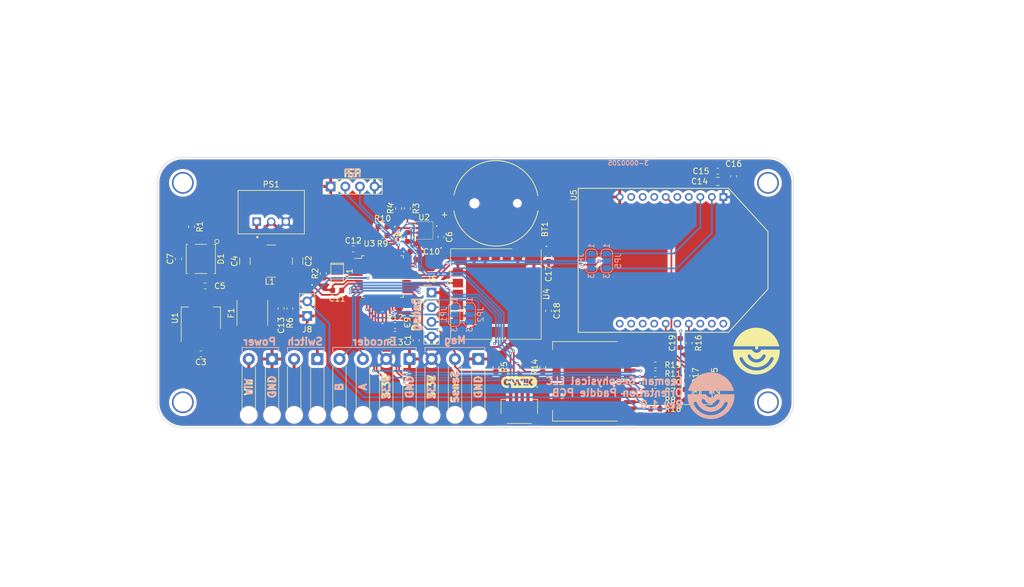
<source format=kicad_pcb>
(kicad_pcb (version 20240108) (generator "pcbnew") (generator_version "8.0")
  (title_block (title "Orientation Paddle - NSSL EFM") (date "2024-03-22") (rev "1.0") (company "Leeman Geophysical LLC") (comment 1 "(479) 373-3736") (comment 2 "Gentry, AR 72734") (comment 3 "23830 West AR Highway 12"))
  (layers (0 "F.Cu" signal) (31 "B.Cu" signal) (34 "B.Paste" user) (35 "F.Paste" user) (36 "B.SilkS" user "B.Silkscreen") (37 "F.SilkS" user "F.Silkscreen") (38 "B.Mask" user) (39 "F.Mask" user) (44 "Edge.Cuts" user))
  (net 0 "")
  (net 1 "Net-(BT1-+)")
  (net 2 "GND")
  (net 3 "+3V3")
  (net 4 "+BATT")
  (net 5 "Net-(PS1-+VIN)")
  (net 6 "+5V")
  (net 7 "Reset")
  (net 8 "Net-(D1-DIN)")
  (net 9 "Net-(C19-Pad2)")
  (net 11 "Net-(D2-A)")
  (net 12 "Net-(D3-A)")
  (net 13 "Net-(J5-Pin_1)")
  (net 14 "Encoder_A")
  (net 15 "Encoder_B")
  (net 16 "SDA")
  (net 17 "SCL")
  (net 18 "Mag_Sens")
  (net 19 "Net-(J4-Pin_2)")
  (net 20 "UART3_TX")
  (net 21 "UART3_RX")
  (net 22 "SWCLK")
  (net 23 "SWDIO")
  (net 24 "Net-(J10-DAT2)")
  (net 25 "SD_CS")
  (net 26 "SPI_MOSI")
  (net 27 "SPI_SCK")
  (net 28 "SPI_MISO")
  (net 29 "Net-(J10-DAT1)")
  (net 30 "SD_CD")
  (net 31 "Net-(JP1-C)")
  (net 32 "Net-(JP2-C)")
  (net 33 "XBee_TX")
  (net 34 "Net-(JP5-C)")
  (net 35 "XBee_RX")
  (net 36 "Net-(JP6-C)")
  (net 37 "LED")
  (net 38 "Net-(U3-PD0)")
  (net 39 "Net-(U3-PD1)")
  (net 40 "Boot0")
  (net 41 "Boot1")
  (net 42 "Net-(U5-~{DIO10{slash}PWM0})")
  (net 43 "Net-(U5-AD3{slash}DIO3{slash}nSSEL)")
  (net 44 "Net-(U5-Assoc{slash}DIO5)")
  (net 49 "GPS_PPS")
  (net 50 "GPS_TX")
  (net 51 "GPS_RX")
  (footprint "resistors_0603:1-0000010" (layer "F.Cu") (at 158.242 137.795 180)
    (property "Reference" "R7")
    (property "Value" "1-0000010")
  )
  (footprint "microcontrollers:1-0000207" (layer "F.Cu") (at 110.871 117.856)
    (property "Reference" "U3")
    (property "Value" "1-0000207")
  )
  (footprint "np_connectors:SolderWire_1x04_Relief" (layer "F.Cu") (at 109.42 130.572)
    (property "Reference" "J1" (hide yes))
    (property "Value" "NP_Conn_01x04_Relief")
  )
  (footprint "misc:barepcb" (layer "F.Cu") (at 162.941 170.18)
    (property "Reference" "PCB1")
    (property "Value" "barepcb")
  )
  (footprint "resistors_0603:1-0000010" (layer "F.Cu") (at 115.189 106.045 -90)
    (property "Reference" "R3")
    (property "Value" "1-0000010")
  )
  (footprint "dc_dc_converters:1-0000727" (layer "F.Cu") (at 91.547 106.68)
    (property "Reference" "PS1")
    (property "Value" "1-0000727")
  )
  (footprint "resistors_0603:1-0000010" (layer "F.Cu") (at 158.242 134.747 180)
    (property "Reference" "R11")
    (property "Value" "1-0000010")
  )
  (footprint "leds_0805:1-0000599" (layer "F.Cu") (at 167.132 138.4045 90)
    (property "Reference" "D2")
    (property "Value" "1-0000599")
  )
  (footprint "np_connectors:SolderWire_1x02_Relief" (layer "F.Cu") (at 89.608 131.589)
    (property "Reference" "J4" (hide yes))
    (property "Value" "NP_Conn_01x02_Relief")
  )
  (footprint "pcb_graphics:PCB Logo Standard" (layer "F.Cu") (at 175.768 130.81)
    (property "Reference" "G***" (hide yes))
    (property "Value" "LOGO" (hide yes))
  )
  (footprint "mechanical:MountingHole_imperial6" (layer "F.Cu") (at 177.8 101.6)
    (property "Reference" "H4" (hide yes))
    (property "Value" "Imperial6")
  )
  (footprint "crystals_resonators:1-0000721" (layer "F.Cu") (at 102.997 117.348 -90)
    (property "Reference" "Y1")
    (property "Value" "1-0000721")
  )
  (footprint "resistors_0603:1-0000174" (layer "F.Cu") (at 110.871 109.22)
    (property "Reference" "R10")
    (property "Value" "1-0000174")
  )
  (footprint "np_connectors:SolderWire_1x03_Relief" (layer "F.Cu") (at 121.356 130.572)
    (property "Reference" "J3" (hide yes))
    (property "Value" "NP_Conn_01x03_Relief")
  )
  (footprint "resistors_0603:1-0000008" (layer "F.Cu") (at 167.132 135.1025 -90)
    (property "Reference" "R15")
    (property "Value" "1-0000008")
  )
  (footprint "capacitors_0603:1-0000007" (layer "F.Cu") (at 139.7 114.427 -90)
    (property "Reference" "C17")
    (property "Value" "1-0000007")
  )
  (footprint "mechanical:MountingHole_imperial6" (layer "F.Cu") (at 76.2 139.7)
    (property "Reference" "H1" (hide yes))
    (property "Value" "Imperial6")
  )
  (footprint "resistors_0603:1-0000174" (layer "F.Cu") (at 158.242 140.843 180)
    (property "Reference" "R18")
    (property "Value" "1-0000174")
  )
  (footprint "resistors_0603:1-0000006" (layer "F.Cu") (at 164.084 129.413 90)
    (property "Reference" "R16")
    (property "Value" "1-0000006")
  )
  (footprint "connectors:1-0000050" (layer "F.Cu") (at 161.089 115.062 -90)
    (property "Reference" "J9" (hide yes))
    (property "Value" "1-0000050" (hide yes))
  )
  (footprint "resistors_0603:1-0000006" (layer "F.Cu") (at 113.03 126.365 180)
    (property "Reference" "R12")
    (property "Value" "1-0000006")
  )
  (footprint "np_connectors:PinHeader_1x04_P2.54mm_Vertical" (layer "F.Cu") (at 101.864 102.235 90)
    (property "Reference" "J7" (hide yes))
    (property "Value" "NP_Conn_01x04")
  )
  (footprint "leds_0805:1-0000601" (layer "F.Cu") (at 163.703 138.4045 90)
    (property "Reference" "D3")
    (property "Value" "1-0000601")
  )
  (footprint "fuses:1-0001517" (layer "F.Cu") (at 88.265 124.206 90)
    (property "Reference" "F1")
    (property "Value" "1-0001517")
  )
  (footprint "capacitors_0603:1-0000007" (layer "F.Cu") (at 115.189 123.444 -90)
    (property "Reference" "C9")
    (property "Value" "1-0000007")
  )
  (footprint "resistors_0603:1-0000008" (layer "F.Cu") (at 163.703 135.1025 90)
    (property "Reference" "R17")
    (property "Value" "1-0000008")
  )
  (footprint "mechanical:Fiducial_1mm_Mask2mm" (layer "F.Cu") (at 83.185 99.695)
    (property "Reference" "FID2" (hide yes))
    (property "Value" "Fiducial_1mm_2mm")
  )
  (footprint "capacitors_0805:1-0000075" (layer "F.Cu") (at 169.0855 101.346 180)
    (property "Reference" "C14")
    (property "Value" "1-0000075")
  )
  (footprint "capacitors_0603:1-0000007" (layer "F.Cu") (at 93.257 123.411 -90)
    (property "Reference" "C13")
    (property "Value" "1-0000007")
  )
  (footprint "capacitors_0603:1-0000007" (layer "F.Cu") (at 105.7655 113.0555 180)
    (property "Reference" "C12")
    (property "Value" "1-0000007")
  )
  (footprint "resistors_0603:1-0000679" (layer "F.Cu") (at 77.724 109.22 -90)
    (property "Reference" "R1")
    (property "Value" "1-0000679")
  )
  (footprint "resistors_0603:1-0000006" (layer "F.Cu") (at 110.871 110.744 180)
    (property "Reference" "R9")
    (property "Value" "1-0000006")
  )
  (footprint "resistors_0603:1-0000174" (layer "F.Cu") (at 113.03 127.889)
    (property "Reference" "R13")
    (property "Value" "1-0000174")
  )
  (footprint "resistors_0603:1-0000010" (layer "F.Cu") (at 94.781 123.411 90)
    (property "Reference" "R6")
    (property "Value" "1-0000010")
  )
  (footprint "capacitors_0603:1-0000018" (layer "F.Cu") (at 79.324 131.293 180)
    (property "Reference" "C3")
    (property "Value" "1-0000018")
  )
  (footprint "np_connectors:SolderWire_1x02_Relief" (layer "F.Cu") (at 97.482 131.589)
    (property "Reference" "J5" (hide yes))
    (property "Value" "NP_Conn_01x02_Relief")
  )
  (footprint "resistors_0603:1-0000010" (layer "F.Cu") (at 138.684 133.604 -90)
    (property "Reference" "R14")
    (property "Value" "1-0000010")
  )
  (footprint "capacitors_0603:1-0000007" (layer "F.Cu") (at 162.56 129.413 -90)
    (property "Reference" "C19")
    (property "Value" "1-0000007")
  )
  (footprint "batteries:1-0000246" (layer "F.Cu") (at 130.556 105.156 -90)
    (property "Reference" "BT1")
    (property "Value" "1-0000246")
  )
  (footprint "resistors_0603:1-0000010" (layer "F.Cu") (at 113.665 106.045 -90)
    (property "Reference" "R4")
    (property "Value" "1-0000010")
  )
  (footprint "capacitors_0603:1-0000018" (layer "F.Cu") (at 75.438 114.808 90)
    (property "Reference" "C7")
    (property "Value" "1-0000018")
  )
  (footprint "capacitors_0603:1-0000019" (layer "F.Cu") (at 80.086 119.507)
    (property "Reference" "C5")
    (property "Value" "1-0000019")
  )
  (footprint "regulators:1-0001232" (layer "F.Cu") (at 79.324 125.07 90)
    (property "Reference" "U1")
    (property "Value" "1-0001232")
  )
  (footprint "capacitors_0603:1-0000007" (layer "F.Cu") (at 116.459 113.538)
    (property "Reference" "C10")
    (property "Value" "1-0000007")
  )
  (footprint "connectors:1-0001205" (layer "F.Cu") (at 134.62 141.097 180)
    (property "Reference" "J2" (hide yes))
    (property "Value" "1-0001205")
  )
  (footprint "resistors_0603:1-0000010" (layer "F.Cu") (at 158.242 139.319 180)
    (property "Reference" "R8")
    (property "Value" "1-0000010")
  )
  (footprint "mechanical:MountingHole_imperial6" (layer "F.Cu") (at 177.8 139.7)
    (property "Reference" "H2" (hide yes))
    (property "Value" "Imperial6")
  )
  (footprint "capacitors_0603:1-0000007" (layer "F.Cu") (at 116.713 128.9305 90)
    (property "Reference" "C1")
    (property "Value" "1-0000007")
  )
  (footprint "np_connectors:PinHeader_1x04_P2.54mm_Vertical" (layer "F.Cu") (at 119.38 120.66)
    (property "Reference" "J6")
    (property "Value" "NP_Conn_01x04")
  )
  (footprint "others:1-0000785" (layer "F.Cu") (at 170.049 115.044 -90)
    (property "Reference" "U5")
    (property "Value" "1-0000785" (hide yes))
  )
  (footprint "capacitors_0603:1-0000007" (layer "F.Cu") (at 115.189 110.998 -90)
    (property "Reference" "C8")
    (property "Value" "1-0000007")
  )
  (footprint "capacitors_0603:1-0000018" (layer "F.Cu") (at 169.0855 99.568 180)
    (property "Reference" "C15")
    (property "Value" "1-0000018")
  )
  (footprint "capacitors_0603:1-0000007" (layer "F.Cu") (at 139.7 123.825 -90)
    (property "Reference" "C18")
    (property "Value" "1-0000007")
  )
  (footprint "pcb_graphics:5mm qwiic logo" (layer "F.Cu") (at 134.62 136.144)
    (property "Reference" "G***" (hide yes))
    (property "Value" "QWIIC" (hide yes))
  )
  (footprint "sensors:1-0001471" (layer "F.Cu") (at 118.11 109.855 180)
    (property "Reference" "U2")
    (property "Value" "1-0001471" (hide yes))
  )
  (footprint "capacitors_1206:1-0000136" (layer "F.Cu") (at 86.975 115.189 90)
    (property "Reference" "C4")
    (property "Value" "1-0000136")
  )
  (footprint "inductors:1-0000931" (layer "F.Cu") (at 91.547 115.189 180)
    (property "Reference" "L1")
    (property "Value" "1-0000931")
  )
  (footprint "capacitors_1206:1-0000136" (layer "F.Cu") (at 96.119 115.189 90)
    (property "Reference" "C2")
    (property "Value" "1-0000136")
  )
  (footprint "mechanical:Fiducial_1mm_Mask2mm" (layer "F.Cu") (at 170.815 141.605)
    (property "Reference" "FID1" (hide yes))
    (property "Value" "Fiducial_1mm_2mm")
  )
  (footprint "mechanical:MountingHole_imperial6" (layer "F.Cu") (at 76.2 101.6)
    (property "Reference" "H3" (hide yes))
    (property "Value" "Imperial6")
  )
  (footprint "others:1-0000446" (layer "F.Cu") (at 130.556 120.904 -90)
    (property "Reference" "U4")
    (property "Value" "1-0000446")
  )
  (footprint "capacitors_0603:1-0000007" (layer "F.Cu") (at 158.242 136.271 180)
    (property "Reference" "C20")
    (property "Value" "1-0000007")
  )
  (footprint "np_connectors:PinHeader_1x02_P2.54mm_Vertical" (layer "F.Cu") (at 97.79 124.719 180)
    (property "Reference" "J8")
    (property "Value" "NP_Conn_01x02")
  )
  (footprint "resistors_0603:1-0000010" (layer "F.Cu") (at 130.556 133.5785 -90)
    (property "Reference" "R5")
    (property "Value" "1-0000010")
  )
  (footprint "resistors_0603:1-0000009" (layer "F.Cu") (at 100.584 117.348 -90)
    (property "Reference" "R2")
    (property "Value" "1-0000009")
  )
  (footprint "leds_other:1-0000399" (layer "F.Cu") (at 79.324 114.808 90)
    (property "Reference" "D1")
    (property "Value" "1-0000399")
  )
  (footprint "resistors_0603:1-0000174" (layer "F.Cu") (at 158.242 133.223 180)
    (property "Reference" "R19")
    (property "Value" "1-0000174")
  )
  (footprint "capacitors_0603:1-0000007" (layer "F.Cu") (at 102.997 120.269 180)
    (property "Reference" "C11")
    (property "Value" "1-0000007")
  )
  (footprint "capacitors_0603:1-0000007" (layer "F.Cu") (at 121.031 110.998 -90)
    (property "Reference" "C6")
    (property "Value" "1-0000007")
  )
  (footprint "capacitors_0603:1-0000007" (layer "F.Cu") (at 171.831 100.4825 -90)
    (property "Reference" "C16")
    (property "Value" "1-0000007")
  )
  (footprint "connectors:1-0000190" (layer "F.Cu") (at 147.447 136.271 90)
    (property "Reference" "J10" (hide yes))
    (property "Value" "1-0000190" (hide yes))
  )
  (footprint "Jumper:SolderJumper-3_P1.3mm_Open_RoundedPad1.0x1.5mm_NumberLabels" (layer "B.Cu") (at 123.317 124.46 -90)
    (property "Reference" "JP1")
    (property "Value" "SolderJumper_3_Open")
  )
  (footprint "Jumper:SolderJumper-3_P1.3mm_Open_RoundedPad1.0x1.5mm_NumberLabels" (layer "B.Cu") (at 149.7965 115.159 -90)
    (property "Reference" "JP5")
    (property "Value" "SolderJumper_3_Open")
  )
  (footprint "Jumper:SolderJumper-3_P1.3mm_Open_RoundedPad1.0x1.5mm_NumberLabels" (layer "B.Cu") (at 147.1295 115.159 -90)
    (property "Reference" "JP6")
    (property "Value" "SolderJumper_3_Open")
  )
  (footprint "pcb_graphics:PCB Logo Standard" (layer "B.Cu") (at 167.894 138.557 180)
    (property "Reference" "G***" (hide yes))
    (property "Value" "LOGO" (hide yes))
  )
  (footprint "Jumper:SolderJumper-3_P1.3mm_Open_RoundedPad1.0x1.5mm_NumberLabels" (layer "B.Cu") (at 125.984 124.47 -90)
    (property "Reference" "JP2")
    (property "Value" "SolderJumper_3_Open")
  )
  (gr_line (start 102.235 130.937) (end 102.235 130.175) (stroke (width 0.15)) (layer "B.SilkS"))
  (gr_line (start 128.651 130.175) (end 128.651 130.937) (stroke (width 0.15)) (layer "B.SilkS"))
  (gr_line (start 86.487 130.175) (end 92.837 130.175) (stroke (width 0.15)) (layer "B.SilkS"))
  (gr_line (start 118.237 130.937) (end 118.237 130.175) (stroke (width 0.15)) (layer "B.SilkS"))
  (gr_line (start 92.837 130.175) (end 92.837 130.937) (stroke (width 0.15)) (layer "B.SilkS"))
  (gr_line (start 102.235 130.175) (end 116.713 130.175) (stroke (width 0.15)) (layer "B.SilkS"))
  (gr_line (start 118.237 130.175) (end 128.651 130.175) (stroke (width 0.15)) (layer "B.SilkS"))
  (gr_line (start 86.487 130.937) (end 86.487 130.175) (stroke (width 0.15)) (layer "B.SilkS"))
  (gr_line (start 94.361 130.175) (end 100.711 130.175) (stroke (width 0.15)) (layer "B.SilkS"))
  (gr_line (start 100.711 130.175) (end 100.711 130.937) (stroke (width 0.15)) (layer "B.SilkS"))
  (gr_line (start 94.361 130.937) (end 94.361 130.175) (stroke (width 0.15)) (layer "B.SilkS"))
  (gr_line (start 116.713 130.175) (end 116.713 130.937) (stroke (width 0.15)) (layer "B.SilkS"))
  (gr_line (start 177.799998 144.144998) (end 76.2 144.144998) (stroke (width 0.1)) (layer "Edge.Cuts"))
  (gr_arc (start 177.799998 97.155) (mid 180.943088 98.45691) (end 182.244998 101.6) (stroke (width 0.1)) (layer "Edge.Cuts"))
  (gr_arc (start 182.244998 139.699998) (mid 180.943088 142.843088) (end 177.799998 144.144998) (stroke (width 0.1)) (layer "Edge.Cuts"))
  (gr_line (start 182.244998 101.6) (end 182.244998 139.699998) (stroke (width 0.1)) (layer "Edge.Cuts"))
  (gr_arc (start 76.2 144.144998) (mid 73.05691 142.843088) (end 71.755 139.699998) (stroke (width 0.1)) (layer "Edge.Cuts"))
  (gr_line (start 76.2 97.155) (end 177.799998 97.155) (stroke (width 0.1)) (layer "Edge.Cuts"))
  (gr_line (start 71.755 139.699998) (end 71.755 101.6) (stroke (width 0.1)) (layer "Edge.Cuts"))
  (gr_arc (start 71.755 101.6) (mid 73.05691 98.45691) (end 76.2 97.155) (stroke (width 0.1)) (layer "Edge.Cuts"))
  (gr_text "3-0000205" (at 153.543 98.171 0) (layer "B.SilkS") (effects (font (size 0.8001 0.8001) (thickness 0.15875)) (justify mirror)))
  (gr_text "Debug" (at 116.699373 124.447053 90) (layer "B.SilkS") (effects (font (size 1.27 1.27) (thickness 0.3175)) (justify mirror)))
  (gr_text "GND" (at 91.694 137.033 90) (layer "B.SilkS") (effects (font (size 1.27 1.27) (thickness 0.3175)) (justify mirror)))
  (gr_text "Leeman Geophysical LLC\nOrientation Paddle PCB\nRev 1.0" (at 163.195 138.049 0) (layer "B.SilkS") (effects (font (size 1.27 1.27) (thickness 0.3)) (justify left mirror)))
  (gr_text "GND" (at 127.508 137.033 90) (layer "B.SilkS") (effects (font (size 1.27 1.27) (thickness 0.3175)) (justify mirror)))
  (gr_text "B" (at 103.378 137.033 90) (layer "B.SilkS") (effects (font (size 1.27 1.27) (thickness 0.3175)) (justify mirror)))
  (gr_text "A" (at 107.442 137.033 90) (layer "B.SilkS") (effects (font (size 1.27 1.27) (thickness 0.3175)) (justify mirror)))
  (gr_text "Sense" (at 123.444 137.033 90) (layer "B.SilkS") (effects (font (size 1.27 1.27) (thickness 0.3175)) (justify mirror)))
  (gr_text "3.3V" (at 111.506 137.032999 90) (layer "B.SilkS") (effects (font (size 1.27 1.27) (thickness 0.3175)) (justify mirror)))
  (gr_text "Mag" (at 123.444 128.905 0) (layer "B.SilkS") (effects (font (size 1.27 1.27) (thickness 0.3175)) (justify mirror)))
  (gr_text "ISP" (at 105.664 99.949 0) (layer "B.SilkS") (effects (font (size 1.27 1.27) (thickness 0.3175)) (justify mirror)))
  (gr_text "Power" (at 89.535 129.159 0) (layer "B.SilkS") (effects (font (size 1.27 1.27) (thickness 0.3175)) (justify mirror)))
  (gr_text "Switch" (at 97.409 129.159 0) (layer "B.SilkS") (effects (font (size 1.27 1.27) (thickness 0.3175)) (justify mirror)))
  (gr_text "Encoder" (at 109.474 129.159 0) (layer "B.SilkS") (effects (font (size 1.27 1.27) (thickness 0.3175)) (justify mirror)))
  (gr_text "GND" (at 115.57 137.033 90) (layer "B.SilkS") (effects (font (size 1.27 1.27) (thickness 0.3175)) (justify mirror)))
  (gr_text "3.3V" (at 119.38 137.032999 90) (layer "B.SilkS") (effects (font (size 1.27 1.27) (thickness 0.3175)) (justify mirror)))
  (gr_text "Vin" (at 87.63 137.032999 90) (layer "B.SilkS") (effects (font (size 1.27 1.27) (thickness 0.3175)) (justify mirror)))
  (gr_text "3.3V" (at 119.38 137.033001 90) (layer "F.SilkS") (effects (font (size 1.27 1.27) (thickness 0.3175))))
  (gr_text "Debug" (at 116.700495 124.46 90) (layer "F.SilkS") (effects (font (size 1.27 1.27) (thickness 0.3175))))
  (gr_text "B" (at 103.378 137.033 90) (layer "F.SilkS") (effects (font (size 1.27 1.27) (thickness 0.3175))))
  (gr_text "GND" (at 127.508 137.033 90) (layer "F.SilkS") (effects (font (size 1.27 1.27) (thickness 0.3175))))
  (gr_text "Sense" (at 123.444 137.033 90) (layer "F.SilkS") (effects (font (size 1.27 1.27) (thickness 0.3175))))
  (gr_text "GND" (at 115.57 137.033 90) (layer "F.SilkS") (effects (font (size 1.27 1.27) (thickness 0.3175))))
  (gr_text "A" (at 107.442 137.033 90) (layer "F.SilkS") (effects (font (size 1.27 1.27) (thickness 0.3175))))
  (gr_text "ISP" (at 105.664 99.949 0) (layer "F.SilkS") (effects (font (size 1.27 1.27) (thickness 0.3175))))
  (gr_text "Vin" (at 87.63 137.033001 90) (layer "F.SilkS") (effects (font (size 1.27 1.27) (thickness 0.3175))))
  (gr_text "GND" (at 91.694 137.033 90) (layer "F.SilkS") (effects (font (size 1.27 1.27) (thickness 0.3175))))
  (gr_text "3.3V" (at 111.506 137.033001 90) (layer "F.SilkS") (effects (font (size 1.27 1.27) (thickness 0.3175))))
  (segment (start 124.1425 110.363) (end 129.413 110.363) (width 0.3048) (layer "F.Cu") (net 1))
  (segment (start 122.581 105.156) (end 122.581 108.8015) (width 0.3048) (layer "F.Cu") (net 1))
  (segment (start 129.413 110.363) (end 130.556 111.506) (width 0.3048) (layer "F.Cu") (net 1))
  (segment (start 122.581 108.8015) (end 124.1425 110.363) (width 0.3048) (layer "F.Cu") (net 1))
  (segment (start 130.556 111.506) (end 130.556 114.304) (width 0.3048) (layer "F.Cu") (net 1))
  (segment (start 102.997 117.348) (end 99.695 117.348) (width 0.3048) (layer "F.Cu") (net 2))
  (segment (start 113.121 122.0185) (end 113.121 123.408) (width 0.3048) (layer "F.Cu") (net 2))
  (segment (start 106.7085 118.606) (end 104.717711 118.606) (width 0.3048) (layer "F.Cu") (net 2))
  (segment (start 115.0335 115.606) (end 116.423 115.606) (width 0.3048) (layer "F.Cu") (net 2))
  (segment (start 119.31 110.255) (end 120.9865 110.255) (width 0.3048) (layer "F.Cu") (net 2))
  (segment (start 120.9865 110.255) (end 121.031 110.2105) (width 0.3048) (layer "F.Cu") (net 2))
  (segment (start 102.2095 119.5325) (end 102.2095 120.269) (width 0.3048) (layer "F.Cu") (net 2))
  (segment (start 116.423 115.606) (end 117.2465 114.7825) (width 0.3048) (layer "F.Cu") (net 2))
  (segment (start 108.621 112.431) (end 108.077 111.887) (width 0.3048) (layer "F.Cu") (net 2))
  (segment (start 108.621 113.6935) (end 108.621 112.431) (width 0.3048) (layer "F.Cu") (net 2))
  (segment (start 104.717711 118.606) (end 104.131245 119.192466) (width 0.3048) (layer "F.Cu") (net 2))
  (segment (start 102.549534 119.192466) (end 102.2095 119.5325) (width 0.3048) (layer "F.Cu") (net 2))
  (segment (start 104.131245 119.192466) (end 102.549534 119.192466) (width 0.3048) (layer "F.Cu") (net 2))
  (segment (start 117.2465 114.7825) (end 117.2465 113.538) (width 0.3048) (layer "F.Cu") (net 2))
  (segment (start 113.9445 124.2315) (end 115.189 124.2315) (width 0.3048) (layer "F.Cu") (net 2))
  (segment (start 113.121 123.408) (end 113.9445 124.2315) (width 0.3048) (layer "F.Cu") (net 2))
  (segment (start 139.7 123.0375) (end 137.3895 123.0375) (width 0.3048) (layer "F.Cu") (net 3))
  (segment (start 170.023 101.346) (end 170.023 104.018) (width 0.3048) (layer "F.Cu") (net 3))
  (segment (start 157.5055 136.271) (end 159.0295 134.747) (width 0.3048) (layer "F.Cu") (net 3))
  (segment (start 94.781 124.1985) (end 94.781 125.691) (width 0.3048) (layer "F.Cu") (net 3))
  (segment (start 110.871 125.984) (end 110.871 123.952) (width 0.3048) (layer "F.Cu") (net 3))
  (segment (start 112.268 110.744) (end 112.6998 110.3122) (width 0.3048) (layer "F.Cu") (net 3))
  (segment (start 107.2135 113.0555) (end 107.8515 113.6935) (width 0.3048) (layer "F.Cu") (net 3))
  (segment (start 106.553 113.0555) (end 106.553 111.887) (width 0.3048) (layer "F.Cu") (net 3))
  (segment (start 130.556 132.791) (end 131.902 132.791) (width 0.3048) (layer "F.Cu") (net 3))
  (segment (start 155.602 136.371) (end 153.797 136.371) (width 0.3048) (layer "F.Cu") (net 3))
  (segment (start 159.0295 133.223) (end 159.0295 134.747) (width 0.3048) (layer "F.Cu") (net 3))
  (segment (start 137.4395 132.8165) (end 137.414 132.842) (width 0.3048) (layer "F.Cu") (net 3))
  (segment (start 107.8515 113.6935) (end 108.121 113.6935) (width 0.3048) (layer "F.Cu") (net 3))
  (segment (start 115.189 122.6565) (end 116.5605 122.6565) (width 0.3048) (layer "F.Cu") (net 3))
  (segment (start 115.6715 113.538) (end 115.6715 114.1985) (width 0.3048) (layer "F.Cu") (net 3))
  (segment (start 133.096 112.268) (end 139.0015 112.268) (width 0.3048) (layer "F.Cu") (net 3))
  (segment (start 119.31 111.055) (end 120.072 111.055) (width 0.3048) (layer "F.Cu") (net 3))
  (segment (start 98.645 119.325) (end 100.3688 121.0488) (width 0.3048) (layer "F.Cu") (net 3))
  (segment (start 155.602 136.371) (end 157.3545 136.371) (width 0.3048) (layer "F.Cu") (net 3))
  (segment (start 116.926 129.718) (end 119.392 132.184) (width 0.3048) (layer "F.Cu") (net 3))
  (segment (start 119.907 109.455) (end 120.269 109.093) (width 0.3048) (layer "F.Cu") (net 3))
  (segment (start 115.6715 114.1985) (end 115.0335 114.8365) (width 0.3048) (layer "F.Cu") (net 3))
  (segment (start 157.4545 136.271) (end 157.5055 136.271) (width 0.3048) (layer "F.Cu") (net 3))
  (segment (start 151.599 136.371) (end 151.145 136.825) (width 0.3048) (layer "F.Cu") (net 3))
  (segment (start 103.7845 120.269) (end 103.7845 120.2435) (width 0.3048) (layer "F.Cu") (net 3))
  (segment (start 134.12 137.422) (end 133.731 137.033) (width 0.3048) (layer "F.Cu") (net 3))
  (segment (start 116.713 129.718) (end 116.926 129.718) (width 0.3048) (layer "F.Cu") (net 3))
  (segment (start 112.6998 109.522644) (end 113.016222 109.206222) (width 0.3048) (layer "F.Cu") (net 3))
  (segment (start 120.072 111.055) (end 120.3005 111.055) (width 0.3048) (layer "F.Cu") (net 3))
  (segment (start 104.922 119.106) (end 106.7085 119.106) (width 0.3048) (layer "F.Cu") (net 3))
  (segment (start 132.456 114.304) (end 132.456 112.908) (width 0.3048) (layer "F.Cu") (net 3))
  (segment (start 139.0015 112.268) (end 139.35075 112.61725) (width 0.3048) (layer "F.Cu") (net 3))
  (segment (start 159.0295 139.319) (end 159.0295 140.843) (width 0.3048) (layer "F.Cu") (net 3))
  (segment (start 171.704 99.568) (end 171.831 99.695) (width 0.3048) (layer "F.Cu") (net 3))
  (segment (start 139.7 123.0375) (end 139.7 121.666) (width 0.3048) (layer "F.Cu") (net 3))
  (segment (start 106.7085 114.4555) (end 106.7085 115.106) (width 0.3048) (layer "F.Cu") (net 3))
  (segment (start 159.0295 137.795) (end 159.0295 139.319) (width 0.3048) (layer "F.Cu") (net 3))
  (segment (start 115.189 110.2105) (end 114.9605 110.2105) (width 0.3048) (layer "F.Cu") (net 3))
  (segment (start 115.189 105.2575) (end 113.665 105.2575) (width 0.3048) (layer "F.Cu") (net 3))
  (segment (start 134.12 138.797) (end 134.12 137.422) (width 0.3048) (layer "F.Cu") (net 3))
  (segment (start 103.0047 121.0488) (end 103.7845 120.269) (width 0.3048) (layer "F.Cu") (net 3))
  (segment (start 131.902 132.791) (end 131.953 132.842) (width 0.3048) (layer "F.Cu") (net 3))
  (segment (start 111.6585 110.744) (end 112.268 110.744) (width 0.3048) (layer "F.Cu") (net 3))
  (segment (start 112.6998 110.3122) (end 112.6998 109.522644) (width 0.3048) (layer "F.Cu") (net 3))
  (segment (start 116.5605 122.6565) (end 116.586 122.682) (width 0.3048) (layer "F.Cu") (net 3))
  (segment (start 120.3005 111.055) (end 121.031 111.7855) (width 0.3048) (layer "F.Cu") (net 3))
  (segment (start 114.551 122.0185) (end 115.189 122.6565) (width 0.3048) (layer "F.Cu") (net 3))
  (segment (start 94.781 125.691) (end 94.742 125.73) (width 0.3048) (layer "F.Cu") (net 3))
  (segment (start 106.553 113.0555) (end 106.553 114.3) (width 0.3048) (layer "F.Cu") (net 3))
  (segment (start 139.35075 112.61725) (end 139.7 112.9665) (width 0.3048) (layer "F.Cu") (net 3))
  (segment (start 153.797 136.371) (end 151.599 136.371) (width 0.3048) (layer "F.Cu") (net 3))
  (segment (start 170.023 99.718) (end 169.873 99.568) (width 0.3048) (layer "F.Cu") (net 3))
  (segment (start 113.665 105.2575) (end 112.1155 105.2575) (width 0.3048) (layer "F.Cu") (net 3))
  (segment (start 106.553 113.0555) (end 107.2135 113.0555) (width 0.3048) (layer "F.Cu") (net 3))
  (segment (start 113.621 122.0185) (end 114.551 122.0185) (width 0.3048) (layer "F.Cu") (net 3))
  (segment (start 157.3545 136.371) (end 157.4545 136.271) (width 0.3048) (layer "F.Cu") (net 3))
  (segment (start 132.456 112.908) (end 133.096 112.268) (width 0.3048) (layer "F.Cu") (net 3))
  (segment (start 103.7845 120.2435) (end 104.922 119.106) (width 0.3048) (layer "F.Cu") (net 3))
  (segment (start 106.553 114.3) (end 106.7085 114.4555) (width 0.3048) (layer "F.Cu") (net 3))
  (segment (start 115.6715 113.538) (end 114.554 113.538) (width 0.3048) (layer "F.Cu") (net 3))
  (segment (start 113.8175 126.365) (end 115.189 126.365) (width 0.3048) (layer "F.Cu") (net 3))
  (segment (start 116.91 110.255) (end 115.2335 110.255) (width 0.3048) (layer "F.Cu") (net 3))
  (segment (start 139.7 112.9665) (end 139.7 113.6395) (width 0.3048) (layer "F.Cu") (net 3))
  (segment (start 170.023 101.346) (end 170.023 99.718) (width 0.3048) (layer "F.Cu") (net 3))
  (segment (start 112.1155 105.2575) (end 112.014 105.156) (width 0.3048) (layer "F.Cu") (net 3))
  (segment (start 100.3688 121.0488) (end 103.0047 121.0488) (width 0.3048) (layer "F.Cu") (net 3))
  (segment (start 119.31 109.455) (end 119.907 109.455) (width 0.3048) (layer "F.Cu") (net 3))
  (segment (start 114.9605 110.2105) (end 114.173 110.998) (width 0.3048) (layer "F.Cu") (net 3))
  (segment (start 157.5055 136.271) (end 159.0295 137.795) (width 0.3048) (layer "F.Cu") (net 3))
  (segment (start 137.3895 123.0375) (end 137.156 122.804) (width 0.3048) (layer "F.Cu") (net 3))
  (segment (start 170.023 104.018) (end 170.049 104.044) (width 0.3048) (layer "F.Cu") (net 3))
  (segment (start 169.873 99.568) (end 171.704 99.568) (width 0.3048) (layer "F.Cu") (net 3))
  (segment (start 121.031 111.7855) (end 121.031 112.903) (width 0.3048) (layer "F.Cu") (net 3))
  (segment (start 115.0335 114.8365) (end 115.0335 115.106) (width 0.3048) (layer "F.Cu") (net 3))
  (segment (start 138.684 132.8165) (end 137.4395 132.8165) (width 0.3048) (layer "F.Cu") (net 3))
  (via (at 106.553 111.887) (size 0.508) (drill 0.254) (layers "F.Cu" "B.Cu") (net 3))
  (via (at 155.602 136.371) (size 0.508) (drill 0.254) (layers "F.Cu" "B.Cu") (net 3))
  (via (at 115.189 126.365) (size 0.508) (drill 0.254) (layers "F.Cu" "B.Cu") (net 3))
  (via (at 133.731 137.033) (size 0.508) (drill 0.254) (layers "F.Cu" "B.Cu") (net 3))
  (via (at 131.953 132.842) (size 0.508) (drill 0.254) (layers "F.Cu" "B.Cu") (net 3))
  (via (at 94.742 125.73) (size 0.508) (drill 0.254) (layers "F.Cu" "B.Cu") (net 3))
  (via (at 113.016222 109.206222) (size 0.508) (drill 0.254) (layers "F.Cu" "B.Cu") (net 3))
  (via (at 139.7 121.666) (size 0.508) (drill 0.254) (layers "F.Cu" "B.Cu") (net 3))
  (via (at 114.554 113.538) (size 0.508) (drill 0.254) (layers "F.Cu" "B.Cu") (net 3))
  (via (at 137.414 132.842) (size 0.508) (drill 0.254) (layers "F.Cu" "B.Cu") (net 3))
  (via (at 114.173 110.998) (size 0.508) (drill 0.254) (layers "F.Cu" "B.Cu") (net 3))
  (via (at 139.35075 112.61725) (size 0.508) (drill 0.254) (layers "F.Cu" "B.Cu") (net 3))
  (via (at 151.145 136.825) (size 0.508) (drill 0.254) (layers "F.Cu" "B.Cu") (net 3))
  (via (at 120.269 109.093) (size 0.508) (drill 0.254) (layers "F.Cu" "B.Cu") (net 3))
  (via (at 116.586 122.682) (size 0.508) (drill 0.254) (layers "F.Cu" "B.Cu") (net 3))
  (via (at 112.014 105.156) (size 0.508) (drill 0.254) (layers "F.Cu" "B.Cu") (net 3))
  (via (at 121.031 112.903) (size 0.508) (drill 0.254) (layers "F.Cu" "B.Cu") (net 3))
  (via (at 110.871 123.952) (size 0.508) (drill 0.254) (layers "F.Cu" "B.Cu") (net 3))
  (via (at 110.871 125.984) (size 0.508) (drill 0.254) (layers "F.Cu" "B.Cu") (net 3))
  (via (at 98.645 119.325) (size 0.508) (drill 0.254) (layers "F.Cu" "B.Cu") (net 3))
  (segment (start 113.665 110.998) (end 113.016222 110.349222) (width 0.3048) (layer "B.Cu") (net 3))
  (segment (start 113.016222 110.349222) (end 113.016222 109.206222) (width 0.3048) (layer "B.Cu") (net 3))
  (segment (start 114.173 110.998) (end 113.665 110.998) (width 0.3048) (layer "B.Cu") (net 3))
  (segment (start 81.624 128.22) (end 81.624 130.669) (width 0.508) (layer "F.Cu") (net 4))
  (segment (start 88.265 120.8185) (end 88.265 122.809) (width 0.508) (layer "F.Cu") (net 4))
  (segment (start 81.624 125.259) (end 81.624 128.22) (width 0.508) (layer "F.Cu") (net 4))
  (segment (start 86.868 124.206) (end 82.677 124.206) (width 0.508) (layer "F.Cu") (net 4))
  (segment (start 82.677 124.206) (end 81.624 125.259) (width 0.508) (layer "F.Cu") (net 4))
  (segment (start 93.472 119.634) (end 92.2875 120.8185) (width 0.508) (layer "F.Cu") (net 4))
  (segment (start 92.2875 120.8185) (end 88.265 120.8185) (width 0.508) (layer "F.Cu") (net 4))
  (segment (start 93.472 115.189) (end 93.472 119.634) (width 0.508) (layer "F.Cu") (net 4))
  (segment (start 96.119 115.55) (end 96.119 116.589) (width 0.508) (layer "F.Cu") (net 4))
  (segment (start 88.265 122.809) (end 86.868 124.206) (width 0.508) (layer "F.Cu") (net 4))
  (segment (start 93.472 115.189) (end 95.758 115.189) (width 0.508) (layer "F.Cu") (net 4))
  (segment (start 80.975 131.318) (end 80.1365 131.318) (width 0.508) (layer "F.Cu") (net 4))
  (segment (start 95.758 115.189) (end 96.119 115.55) (width 0.508) (layer "F.Cu") (net 4))
  (segment (start 80.1365 131.318) (end 80.1115 131.293) (width 0.508) (layer "F.Cu") (net 4))
  (segment (start 81.624 130.669) (end 80.975 131.318) (width 0.508) (layer "F.Cu") (net 4))
  (segment (start 86.975 115.59) (end 86.975 116.589) (width 0.508) (layer "F.Cu") (net 5))
  (segment (start 89.007 110.089) (end 89.007 108.33) (width 0.508) (layer "F.Cu") (net 5))
  (segment (start 87.376 115.189) (end 86.975 115.59) (width 0.508) (layer "F.Cu") (net 5))
  (segment (start 89.622 110.704) (end 89.007 110.089) (width 0.508) (layer "F.Cu") (net 5))
  (segment (start 89.622 115.189) (end 89.622 110.704) (width 0.508) (layer "F.Cu") (net 5))
  (segment (start 89.622 115.189) (end 87.376 115.189) (width 0.508) (layer "F.Cu") (net 5))
  (segment (start 76.186 117.258) (end 75.438 116.51) (width 0.508) (layer "F.Cu") (net 6))
  (segment (start 79.324 119.5325) (end 79.2985 119.507) (width 0.508) (layer "F.Cu") (net 6))
  (segment (start 78.308 119.507) (end 79.2985 119.507) (width 0.508) (layer "F.Cu") (net 6))
  (segment (start 77.724 117.258) (end 77.724 118.923) (width 0.508) (layer "F.Cu") (net 6))
  (segment (start 75.438 116.51) (end 75.438 115.5955) (width 0.508) (layer "F.Cu") (net 6))
  (segment (start 77.724 118.923) (end 78.308 119.507) (width 0.508) (layer "F.Cu") (net 6))
  (segment (start 79.324 121.92) (end 79.324 128.22) (width 0.508) (layer "F.Cu") (net 6))
  (segment (start 77.724 117.258) (end 76.186 117.258) (width 0.508) (layer "F.Cu") (net 6))
  (segment (start 79.324 121.92) (end 79.324 119.5325) (width 0.508) (layer "F.Cu") (net 6))
  (segment (start 96.394 122.179) (end 97.79 122.179) (width 0.3048) (layer "F.Cu") (net 7))
  (segment (start 162.645 127.325) (end 162.645 128.5405) (width 0.3048) (layer "F.Cu") (net 7))
  (segment (start 95.9495 122.6235) (end 96.394 122.179) (width 0.3048) (layer "F.Cu") (net 7))
  (segment (start 106.7085 118.106) (end 108.327 118.106) (width 0.3048) (layer "F.Cu") (net 7))
  (segment (start 108.327 118.106) (end 108.331 118.11) (width 0.3048) (layer "F.Cu") (net 7))
  (segment (start 93.257 122.6235) (end 94.781 122.6235) (width 0.3048) (layer "F.Cu") (net 7))
  (segment (start 162.645 128.5405) (end 162.56 128.6255) (width 0.3048) (layer "F.Cu") (net 7))
  (segment (start 94.781 122.6235) (end 95.9495 122.6235) (width 0.3048) (layer "F.Cu") (net 7))
  (via (at 162.645 127.325) (size 0.508) (drill 0.254) (layers "F.Cu" "B.Cu") (net 7))
  (via (at 108.331 118.11) (size 0.508) (drill 0.254) (layers "F.Cu" "B.Cu") (net 7))
  (segment (start 101.645 126.034) (end 101.645 132.825) (width 0.3048) (layer "B.Cu") (net 7))
  (segment (start 97.79 122.179) (end 101.645 126.034) (width 0.3048) (layer "B.Cu") (net 7))
  (segment (start 155.145 140.825) (end 161.145 140.825) (width 0.3048) (layer "B.Cu") (net 7))
  (segment (start 111.145 138.825) (end 153.145 138.825) (width 0.3048) (layer "B.Cu") (net 7))
  (segment (start 101.859 118.11) (end 97.79 122.179) (width 0.3048) (layer "B.Cu") (net 7))
  (segment (start 153.145 138.825) (end 155.145 140.825) (width 0.3048) (layer "B.Cu") (net 7))
  (segment (start 161.145 140.825) (end 162.645 139.325) (width 0.3048) (layer "B.Cu") (net 7))
  (segment (start 101.645 132.825) (end 107.645 138.825) (width 0.3048) (layer "B.Cu") (net 7))
  (segment (start 162.645 139.325) (end 162.645 127.325) (width 0.3048) (layer "B.Cu") (net 7))
  (segment (start 107.645 138.825) (end 111.145 138.825) (width 0.3048) (layer "B.Cu") (net 7))
  (segment (start 108.331 118.11) (end 101.859 118.11) (width 0.3048) (layer "B.Cu") (net 7))
  (segment (start 77.724 112.358) (end 77.724 110.0075) (width 0.508) (layer "F.Cu") (net 8))
  (segment (start 164.084 130.2005) (end 162.56 130.2005) (width 0.3048) (layer "F.Cu") (net 9))
  (segment (start 167.132 137.467) (end 167.132 135.89) (width 0.3048) (layer "F.Cu") (net 11))
  (segment (start 163.703 135.89) (end 163.703 137.467) (width 0.3048) (layer "F.Cu") (net 12))
  (segment (start 97.6215 127.5935) (end 88.265 127.5935) (width 0.508) (layer "F.Cu") (net 13))
  (segment (start 99.554 129.526) (end 97.6215 127.5935) (width 0.508) (layer "F.Cu") (net 13))
  (segment (start 99.554 132.185) (end 99.554 129.526) (width 0.508) (layer "F.Cu") (net 13))
  (segment (start 117.221 120.65) (end 117.114174 120.65) (width 0.3048) (layer "F.Cu") (net 14))
  (segment (start 117.114174 120.65) (end 116.570174 120.106) (width 0.3048) (layer "F.Cu") (net 14))
  (segment (start 116.570174 120.106) (end 115.0335 120.106) (width 0.3048) (layer "F.Cu") (net 14))
  (via (at 117.221 120.65) (size 0.508) (drill 0.254) (layers "F.Cu" "B.Cu") (net 14))
  (segment (start 107.438637 120.322663) (end 116.786837 120.322663) (width 0.3048) (layer "B.Cu") (net 14))
  (segment (start 106.145 121.6163) (end 107.438637 120.322663) (width 0.3048) (layer "B.Cu") (net 14))
  (segment (start 107.456 131.205) (end 106.145 129.894) (width 0.3048) (layer "B.Cu") (net 14))
  (segment (start 116.786837 120.322663) (end 117.114174 120.65) (width 0.3048) (layer "B.Cu") (net 14))
  (segment (start 106.145 129.894) (end 106.145 121.6163) (width 0.3048) (layer "B.Cu") (net 14))
  (segment (start 107.456 132.184) (end 107.456 131.205) (width 0.3048) (layer "B.Cu") (net 14))
  (segment (start 117.114174 120.65) (end 117.221 120.65) (width 0.3048) (layer "B.Cu") (net 14))
  (segment (start 117.221 119.966563) (end 116.860437 119.606) (width 0.3048) (layer "F.Cu") (net 15))
  (segment (start 116.860437 119.606) (end 115.0335 119.606) (width 0.3048) (layer "F.Cu") (net 15))
  (via (at 117.221 119.966563) (size 0.508) (drill 0.254) (layers "F.Cu" "B.Cu") (net 15))
  (segment (start 105.6878 129.8882) (end 105.6878 121.2612) (width 0.3048) (layer "B.Cu") (net 15))
  (segment (start 103.392 132.184) (end 105.6878 129.8882) (width 0.3048) (layer "B.Cu") (net 15))
  (segment (start 105.6878 121.2612) (end 107.083537 119.865463) (width 0.3048) (layer "B.Cu") (net 15))
  (segment (start 107.083537 119.865463) (end 117.1199 119.865463) (width 0.3048) (layer "B.Cu") (net 15))
  (segment (start 117.1199 119.865463) (end 117.221 119.966563) (width 0.3048) (layer "B.Cu") (net 15))
  (segment (start 116.91 109.455) (end 113.557 109.455) (width 0.3048) (layer "F.Cu") (net 16))
  (segment (start 133.096 135.5725) (end 135.12 137.5965) (width 0.3048) (layer "F.Cu") (net 16))
  (segment (start 113.665 106.8325) (end 113.665 109.347) (width 0.3048) (layer "F.Cu") (net 16))
  (segment (start 113.157 109.855) (end 113.157 111.252) (width 0.3048) (layer "F.Cu") (net 16))
  (segment (start 111.125 111.76) (end 110.621 112.264) (width 0.3048) (layer "F.Cu") (net 16))
  (segment (start 113.557 109.455) (end 113.157 109.855) (width 0.3048) (layer "F.Cu") (net 16))
  (segment (start 135.12 137.5965) (end 135.12 138.797) (width 0.3048) (layer "F.Cu") (net 16))
  (segment (start 110.621 112.264) (end 110.621 113.6935) (width 0.3048) (layer "F.Cu") (net 16))
  (segment (start 113.665 109.347) (end 113.557 109.455) (width 0.3048) (layer "F.Cu") (net 16))
  (segment (start 112.649 111.76) (end 111.125 111.76) (width 0.3048) (layer "F.Cu") (net 16))
  (segment (start 133.096 131.191) (end 133.096 135.5725) (width 0.3048) (layer "F.Cu") (net 16))
  (segment (start 113.157 111.252) (end 112.649 111.76) (width 0.3048) (layer "F.Cu") (net 16))
  (via (at 115.824 109.474) (size 0.508) (drill 0.254) (layers "F.Cu" "B.Cu") (net 16))
  (via (at 133.096 131.191) (size 0.508) (drill 0.254) (layers "F.Cu" "B.Cu") (net 16))
  (segment (start 131.470399 124.323665) (end 131.4704 129.5654) (width 0.3048) (layer "B.Cu") (net 16))
  (segment (start 115.824 112.510422) (end 117.164042 113.850464) (width 0.3048) (layer "B.Cu") (net 16))
  (segment (start 124.824934 117.6782) (end 131.470399 124.323665) (width 0.3048) (layer "B.Cu") (net 16))
  (segment (start 117.164042 116.402042) (end 118.4402 117.6782) (width 0.3048) (layer "B.Cu") (net 16))
  (segment (start 115.824 109.474) (end 115.824 112.510422) (width 0.3048) (layer "B.Cu") (net 16))
  (segment (start 131.4704 129.5654) (end 133.096 131.191) (width 0.3048) (layer "B.Cu") (net 16))
  (segment (start 118.4402 117.6782) (end 124.824934 117.6782) (width 0.3048) (layer "B.Cu") (net 16))
  (segment (start 117.164042 113.850464) (end 117.164042 116.402042) (width 0.3048) (layer "B.Cu") (net 16))
  (segment (start 113.6142 110.1911) (end 113.614199 111.441379) (width 0.3048) (layer "F.Cu") (net 17))
  (segment (start 111.314378 112.2172) (end 111.121 112.410578) (width 0.3048) (layer "F.Cu") (net 17))
  (segment (start 133.6548 135.4582) (end 133.6548 130.825936) (width 0.3048) (layer "F.Cu") (net 17))
  (segment (start 116.91 108.655) (end 115.189 108.655) (width 0.3048) (layer "F.Cu") (net 17))
  (segment (start 133.6548 130.825936) (end 133.623922 130.795058) (width 0.3048) (layer "F.Cu") (net 17))
  (segment (start 135.203078 137.033) (end 133.641539 135.471461) (width 0.3048) (layer "F.Cu") (net 17))
  (segment (start 136.12 137.263) (end 135.89 137.033) (width 0.3048) (layer "F.Cu") (net 17))
  (segment (start 112.838378 112.2172) (end 111.314378 112.2172) (width 0.3048) (layer "F.Cu") (net 17))
  (segment (start 113.614199 111.441379) (end 112.838378 112.2172) (width 0.3048) (layer "F.Cu") (net 17))
  (segment (start 133.641539 135.471461) (end 133.6548 135.4582) (width 0.3048) (layer "F.Cu") (net 17))
  (segment (start 113.792 110.0133) (end 113.6142 110.1911) (width 0.3048) (layer "F.Cu") (net 17))
  (segment (start 136.12 138.797) (end 136.12 137.263) (width 0.3048) (layer "F.Cu") (net 17))
  (segment (start 115.189 108.655) (end 115.189 106.8325) (width 0.3048) (layer "F.Cu") (net 17))
  (segment (start 111.121 112.410578) (end 111.121 113.6935) (width 0.3048) (layer "F.Cu") (net 17))
  (segment (start 135.89 137.033) (end 135.203078 137.033) (width 0.3048) (layer "F.Cu") (net 17))
  (via (at 113.792 110.0133) (size 0.508) (drill 0.254) (layers "F.Cu" "B.Cu") (net 17))
  (via (at 133.623922 130.795058) (size 0.508) (drill 0.254) (layers "F.Cu" "B.Cu") (net 17))
  (via (at 115.189 108.655) (size 0.508) (drill 0.254) (layers "F.Cu" "B.Cu") (net 17))
  (segment (start 115.1503 108.655) (end 113.792 110.0133) (width 0.3048) (layer "B.Cu") (net 17))
  (segment (start 125.014312 117.221) (end 118.629578 117.221) (width 0.3048) (layer "B.Cu") (net 17))
  (segment (start 117.621242 113.661086) (end 116.2812 112.321044) (width 0.3048) (layer "B.Cu") (net 17))
  (segment (start 117.621242 116.212664) (end 117.621242 113.661086) (width 0.3048) (layer "B.Cu") (net 17))
  (segment (start 115.894 108.655) (end 115.189 108.655) (width 0.3048) (layer "B.Cu") (net 17))
  (segment (start 116.2812 109.855) (end 116.3828 109.7534) (width 0.3048) (layer "B.Cu") (net 17))
  (segment (start 133.623922 130.795058) (end 131.9276 129.098736) (width 0.3048) (layer "B.Cu") (net 17))
  (segment (start 116.3828 109.7534) (end 116.3828 109.1438) (width 0.3048) (layer "B.Cu") (net 17))
  (segment (start 116.3828 109.1438) (end 115.894 108.655) (width 0.3048) (layer "B.Cu") (net 17))
  (segment (start 116.2812 112.321044) (end 116.2812 109.855) (width 0.3048) (layer "B.Cu") (net 17))
  (segment (start 118.629578 117.221) (end 117.621242 116.212664) (width 0.3048) (layer "B.Cu") (net 17))
  (segment (start 131.927599 124.134287) (end 125.014312 117.221) (width 0.3048) (layer "B.Cu") (net 17))
  (segment (start 115.189 108.655) (end 115.1503 108.655) (width 0.3048) (layer "B.Cu") (net 17))
  (segment (start 131.9276 129.098736) (end 131.927599 124.134287) (width 0.3048) (layer "B.Cu") (net 17))
  (segment (start 123.456 130.949) (end 123.456 132.184) (width 0.3048) (layer "F.Cu") (net 18))
  (segment (start 117.729 129.286) (end 118.999 130.556) (width 0.3048) (layer "F.Cu") (net 18))
  (segment (start 123.456 132.184) (end 123.456 133.489) (width 0.3048) (layer "F.Cu") (net 18))
  (segment (start 123.063 130.556) (end 123.456 130.949) (width 0.3048) (layer "F.Cu") (net 18))
  (segment (start 124.333 134.366) (end 130.556 134.366) (width 0.3048) (layer "F.Cu") (net 18))
  (segment (start 116.034 120.606) (end 117.729 122.301) (width 0.3048) (layer "F.Cu") (net 18))
  (segment (start 117.729 122.301) (end 117.729 129.286) (width 0.3048) (layer "F.Cu") (net 18))
  (segment (start 118.999 130.556) (end 123.063 130.556) (width 0.3048) (layer "F.Cu") (net 18))
  (segment (start 115.0335 120.606) (end 116.034 120.606) (width 0.3048) (layer "F.Cu") (net 18))
  (segment (start 123.456 133.489) (end 124.333 134.366) (width 0.3048) (layer "F.Cu") (net 18))
  (segment (start 95.518 134.098) (end 95.518 132.185) (width 0.508) (layer "F.Cu") (net 19))
  (segment (start 87.644 134.126) (end 88.519 135.001) (width 0.508) (layer "F.Cu") (net 19))
  (segment (start 87.644 132.185) (end 87.644 134.126) (width 0.508) (layer "F.Cu") (net 19))
  (segment (start 94.615 135.001) (end 95.518 134.098) (width 0.508) (layer "F.Cu") (net 19))
  (segment (start 88.519 135.001) (end 94.615 135.001) (width 0.508) (layer "F.Cu") (net 19))
  (segment (start 125.974 123.16) (end 125.984 123.17) (width 0.3048) (layer "B.Cu") (net 20))
  (segment (start 123.277 123.2) (end 119.38 123.2) (width 0.3048) (layer "B.Cu") (net 20))
  (segment (start 123.317 123.16) (end 125.974 123.16) (width 0.3048) (layer "B.Cu") (net 20))
  (segment (start 123.317 123.16) (end 123.277 123.2) (width 0.3048) (layer "B.Cu") (net 20))
  (segment (start 123.297 125.74) (end 119.38 125.74) (width 0.3048) (layer "B.Cu") (net 21))
  (segment (start 123.317 125.76) (end 125.974 125.76) (width 0.3048) (layer "B.Cu") (net 21))
  (segment (start 125.974 125.76) (end 125.984 125.77) (width 0.3048) (layer "B.Cu") (net 21))
  (segment (start 123.317 125.76) (end 123.297 125.74) (width 0.3048) (layer "B.Cu") (net 21))
  (segment (start 113.621 113.6935) (end 113.621 112.439) (width 0.3048) (layer "F.Cu") (net 22))
  (segment (start 113.621 112.439) (end 113.665 112.395) (width 0.3048) (layer "F.Cu") (net 22))
  (via (at 113.665 112.395) (size 0.508) (drill 0.254) (layers "F.Cu" "B.Cu") (net 22))
  (segment (start 113.665 112.395) (end 113.382737 112.395) (width 0.3048) (layer "B.Cu") (net 22))
  (segment (start 104.404 103.416263) (end 104.404 102.235) (width 0.3048) (layer "B.Cu") (net 22))
  (segment (start 113.382737 112.395) (end 104.404 103.416263) (width 0.3048) (layer "B.Cu") (net 22))
  (segment (start 116.605242 116.133719) (end 116.577523 116.106) (width 0.3048) (layer "F.Cu") (net 23))
  (segment (start 116.577523 116.106) (end 115.0335 116.106) (width 0.3048) (layer "F.Cu") (net 23))
  (via (at 116.605242 116.133719) (size 0.508) (drill 0.254) (layers "F.Cu" "B.Cu") (net 23))
  (segment (start 106.944 102.235) (end 106.944 105.309685) (width 0.3048) (layer "B.Cu") (net 23))
  (segment (start 108.703658 107.069343) (end 113.394315 111.76) (width 0.3048) (layer "B.Cu") (net 23))
  (segment (start 116.605242 113.938242) (end 116.605242 116.133719) (width 0.3048) (layer "B.Cu") (net 23))
  (segment (start 114.427 111.76) (end 115.697 113.03) (width 0.3048) (layer "B.Cu") (net 23))
  (segment (start 115.697 113.03) (end 116.605242 113.938242) (width 0.3048) (layer "B.Cu") (net 23))
  (segment (start 113.792 111.76) (end 114.427 111.76) (width 0.3048) (layer "B.Cu") (net 23))
  (segment (start 106.944 105.309685) (end 108.703658 107.069343) (width 0.3048) (layer "B.Cu") (net 23))
  (segment (start 113.394315 111.76) (end 113.792 111.76) (width 0.3048) (layer "B.Cu") (net 23))
  (segment (start 153.797 133.071) (end 155.6 133.071) (width 0.3048) (layer "F.Cu") (net 24))
  (segment (start 156.566 133.071) (end 156.718 133.223) (width 0.3048) (layer "F.Cu") (net 24))
  (segment (start 155.6 133.071) (end 156.566 133.071) (width 0.3048) (layer "F.Cu") (net 24))
  (segment (start 156.718 133.223) (end 157.4545 133.223) (width 0.3048) (layer "F.Cu") (net 24))
  (segment (start 108.6358 122.0333) (end 108.6358 129.752534) (width 0.3048) (layer "F.Cu") (net 25))
  (segment (start 109.3978 130.514534) (end 109.3978 134.1379) (width 0.3048) (layer "F.Cu") (net 25))
  (segment (start 155.634 134.171) (end 155.702 134.239) (width 0.3048) (layer "F.Cu") (net 25))
  (segment (start 153.797 134.171) (end 155.634 134.171) (width 0.3048) (layer "F.Cu") (net 25))
  (segment (start 108.621 122.0185) (end 108.6358 122.0333) (width 0.3048) (layer "F.Cu") (net 25))
  (segment (start 108.6358 129.752534) (end 109.3978 130.514534) (width 0.3048) (layer "F.Cu") (net 25))
  (segment (start 109.3978 134.1379) (end 109.2967 134.239) (width 0.3048) (layer "F.Cu") (net 25))
  (via (at 109.2967 134.239) (size 0.508) (drill 0.254) (layers "F.Cu" "B.Cu") (net 25))
  (via (at 155.702 134.239) (size 0.508) (drill 0.254) (layers "F.Cu" "B.Cu") (net 25))
  (segment (start 115.217763 134.239) (end 109.2967 134.239) (width 0.3048) (layer "B.Cu") (net 25))
  (segment (start 115.497164 134.518401) (end 115.217763 134.239) (width 0.3048) (layer "B.Cu") (net 25))
  (segment (start 155.702 134.239) (end 154.432 134.239) (width 0.3048) (layer "B.Cu") (net 25))
  (segment (start 154.152599 134.518401) (end 115.497164 134.518401) (width 0.3048) (layer "B.Cu") (net 25))
  (segment (start 154.432 134.239) (end 154.152599 134.518401) (width 0.3048) (layer "B.Cu") (net 25))
  (segment (start 113.7412 131.2672) (end 112.776 130.302) (width 0.3048) (layer "F.Cu") (net 26))
  (segment (start 155.559 135.271) (end 156.194 135.271) (width 0.3048) (layer "F.Cu") (net 26))
  (segment (start 111.125 130.302) (end 110.121 129.298) (width 0.3048) (layer "F.Cu") (net 26))
  (segment (start 110.121 129.298) (end 110.121 122.0185) (width 0.3048) (layer "F.Cu") (net 26))
  (segment (start 156.194 135.271) (end 156.718 134.747) (width 0.3048) (layer "F.Cu") (net 26))
  (segment (start 156.718 134.747) (end 157.4545 134.747) (width 0.3048) (layer "F.Cu") (net 26))
  (segment (start 112.776 130.302) (end 111.125 130.302) (width 0.3048) (layer "F.Cu") (net 26))
  (segment (start 114.42725 134.874501) (end 113.7412 134.188451) (width 0.3048) (layer "F.Cu") (net 26))
  (segment (start 113.7412 134.188451) (end 113.7412 131.2672) (width 0.3048) (layer "F.Cu") (net 26))
  (segment (start 153.797 135.271) (end 155.559 135.271) (width 0.3048) (layer "F.Cu") (net 26))
  (segment (start 115.062 134.874501) (end 114.42725 134.874501) (width 0.3048) (layer "F.Cu") (net 26))
  (via (at 155.559 135.271) (size 0.508) (drill 0.254) (layers "F.Cu" "B.Cu") (net 26))
  (via (at 115.062 134.874501) (size 0.508) (drill 0.254) (layers "F.Cu" "B.Cu") (net 26))
  (segment (start 154.448 135.271) (end 155.559 135.271) (width 0.3048) (layer "B.Cu") (net 26))
  (segment (start 115.062 134.874501) (end 115.1631 134.975601) (width 0.3048) (layer "B.Cu") (net 26))
  (segment (start 154.152601 134.975601) (end 154.448 135.271) (width 0.3048) (layer "B.Cu") (net 26))
  (segment (start 115.1631 134.975601) (end 154.152601 134.975601) (width 0.3048) (layer "B.Cu") (net 26))
  (segment (start 153.797 137.471) (end 155.645 137.471) (width 0.3048) (layer "F.Cu") (net 27))
  (segment (start 109.121 129.591156) (end 109.121 122.0185) (width 0.3048) (layer "F.Cu") (net 27))
  (segment (start 156.718 137.795) (end 157.4545 137.795) (width 0.3048) (layer "F.Cu") (net 27))
  (segment (start 109.855 130.325156) (end 109.121 129.591156) (width 0.3048) (layer "F.Cu") (net 27))
  (segment (start 155.645 137.471) (end 156.394 137.471) (width 0.3048) (layer "F.Cu") (net 27))
  (segment (start 109.855 134.239) (end 109.855 130.325156) (width 0.3048) (layer "F.Cu") (net 27))
  (segment (start 156.394 137.471) (end 156.718 137.795) (width 0.3048) (layer "F.Cu") (net 27))
  (segment (start 110.998 135.382) (end 109.855 134.239) (width 0.3048) (layer "F.Cu") (net 27))
  (via (at 155.645 137.471) (size 0.508) (drill 0.254) (layers "F.Cu" "B.Cu") (net 27))
  (via (at 110.998 135.382) (size 0.508) (drill 0.254) (layers "F.Cu" "B.Cu") (net 27))
  (segment (start 111.048801 135.432801) (end 153.606801 135.432801) (width 0.3048) (layer "B.Cu") (net 27))
  (segment (start 110.998 135.382) (end 111.048801 135.432801) (width 0.3048) (layer "B.Cu") (net 27))
  (segment (start 153.606801 135.432801) (end 155.645 137.471) (width 0.3048) (layer "B.Cu") (net 27))
  (segment (start 114.681 135.763) (end 114.681 136.144) (width 0.3048) (layer "F.Cu") (net 28))
  (segment (start 113.284 131.456578) (end 113.284 134.377829) (width 0.3048) (layer "F.Cu") (net 28))
  (segment (start 156.6545 139.319) (end 157.4545 139.319) (width 0.3048) (layer "F.Cu") (net 28))
  (segment (start 155.604 139.671) (end 156.3025 139.671) (width 0.3048) (layer "F.Cu") (net 28))
  (segment (start 109.621 122.0185) (end 109.621 129.444578) (width 0.3048) (layer "F.Cu") (net 28))
  (segment (start 114.2497 135.3317) (end 114.681 135.763) (width 0.3048) (layer "F.Cu") (net 28))
  (segment (start 153.797 139.671) (end 155.604 139.671) (width 0.3048) (layer "F.Cu") (net 28))
  (segment (start 110.935622 130.7592) (end 112.586621 130.759199) (width 0.3048) (layer "F.Cu") (net 28))
  (segment (start 113.284 134.377829) (end 114.237871 135.3317) (width 0.3048) (layer "F.Cu") (net 28))
  (segment (start 114.237871 135.3317) (end 114.2497 135.3317) (width 0.3048) (layer "F.Cu") (net 28))
  (segment (start 109.621 129.444578) (end 110.935622 130.7592) (width 0.3048) (layer "F.Cu") (net 28))
  (segment (start 112.586621 130.759199) (end 113.284 131.456578) (width 0.3048) (layer "F.Cu") (net 28))
  (segment (start 156.3025 139.671) (end 156.6545 139.319) (width 0.3048) (layer "F.Cu") (net 28))
  (via (at 114.681 136.144) (size 0.508) (drill 0.254) (layers "F.Cu" "B.Cu") (net 28))
  (via (at 155.604 139.671) (size 0.508) (drill 0.254) (layers "F.Cu" "B.Cu") (net 28))
  (segment (start 155.604 139.671) (end 155.0862 139.1532) (width 0.3048) (layer "B.Cu") (net 28))
  (segment (start 114.935 135.89) (end 114.681 136.144) (width 0.3048) (layer "B.Cu") (net 28))
  (segment (start 155.0862 138.0682) (end 152.908 135.89) (width 0.3048) (layer "B.Cu") (net 28))
  (segment (start 155.0862 139.1532) (end 155.0862 138.0682) (width 0.3048) (layer "B.Cu") (net 28))
  (segment (start 152.908 135.89) (end 114.935 135.89) (width 0.3048) (layer "B.Cu") (net 28))
  (segment (start 156.337 140.843) (end 157.4545 140.843) (width 0.3048) (layer "F.Cu") (net 29))
  (segment (start 155.647 140.771) (end 156.265 140.771) (width 0.3048) (layer "F.Cu") (net 29))
  (segment (start 153.797 140.771) (end 155.647 140.771) (width 0.3048) (layer "F.Cu") (net 29))
  (segment (start 156.265 140.771) (end 156.337 140.843) (width 0.3048) (layer "F.Cu") (net 29))
  (segment (start 141.0175 134.3915) (end 141.097 134.471) (width 0.3048) (layer "F.Cu") (net 30))
  (segment (start 135.6615 134.3915) (end 138.684 134.3915) (width 0.3048) (layer "F.Cu") (net 30))
  (segment (start 122.047 119.761) (end 121.4348 119.1488) (width 0.3048) (layer "F.Cu") (net 30))
  (segment (start 134.239 132.969) (end 135.6615 134.3915) (width 0.3048) (layer "F.Cu") (net 30))
  (segment (start 121.4348 119.1488) (end 115.062 119.1488) (width 0.3048) (layer "F.Cu") (net 30))
  (segment (start 138.684 134.3915) (end 141.0175 134.3915) (width 0.3048) (layer "F.Cu") (net 30))
  (via (at 122.047 119.761) (size 0.508) (drill 0.254) (layers "F.Cu" "B.Cu") (net 30))
  (via (at 134.239 132.969) (size 0.508) (drill 0.254) (layers "F.Cu" "B.Cu") (net 30))
  (segment (start 127.505757 121.005601) (end 123.2916 121.0056) (width 0.3048) (layer "B.Cu") (net 30))
  (segment (start 131.013199 124.513043) (end 127.505757 121.005601) (width 0.3048) (layer "B.Cu") (net 30))
  (segment (start 134.083737 132.969) (end 131.013199 129.898462) (width 0.3048) (layer "B.Cu") (net 30))
  (segment (start 123.2916 121.0056) (end 122.047 119.761) (width 0.3048) (layer "B.Cu") (net 30))
  (segment (start 134.239 132.969) (end 134.083737 132.969) (width 0.3048) (layer "B.Cu") (net 30))
  (segment (start 131.013199 129.898462) (end 131.013199 124.513043) (width 0.3048) (layer "B.Cu") (net 30))
  (segment (start 112.141 122.0385) (end 112.121 122.0185) (width 0.3048) (layer "F.Cu") (net 31))
  (segment (start 112.141 124.46) (end 112.141 122.0385) (width 0.3048) (layer "F.Cu") (net 31))
  (via (at 112.141 124.46) (size 0.508) (drill 0.254) (layers "F.Cu" "B.Cu") (net 31))
  (segment (start 123.317 124.46) (end 112.141 124.46) (width 0.3048) (layer "B.Cu") (net 31))
  (segment (start 112.621 123.8234) (end 112.6993 123.9017) (width 0.3048) (layer "F.Cu") (net 32))
  (segment (start 112.621 122.0185) (end 112.621 123.8234) (width 0.3048) (layer "F.Cu") (net 32))
  (via (at 112.6993 123.9017) (size 0.508) (drill 0.254) (layers "F.Cu" "B.Cu") (net 32))
  (segment (start 127.117 124.47) (end 125.984 124.47) (width 0.3048) (layer "B.Cu") (net 32))
  (segment (start 117.983 122.428) (end 118.491 121.92) (width 0.3048) (layer "B.Cu") (net 32))
  (segment (start 117.475 124.0028) (end 117.983 123.4948) (width 0.3048) (layer "B.Cu") (net 32))
  (segment (start 127.127 121.92) (end 127.508 122.301) (width 0.3048) (layer "B.Cu") (net 32))
  (segment (start 117.983 123.4948) (end 117.983 122.428) (width 0.3048) (layer "B.Cu") (net 32))
  (segment (start 118.491 121.92) (end 127.127 121.92) (width 0.3048) (layer "B.Cu") (net 32))
  (segment (start 112.8004 124.0028) (end 117.475 124.0028) (width 0.3048) (layer "B.Cu") (net 32))
  (segment (start 127.508 124.079) (end 127.117 124.47) (width 0.3048) (layer "B.Cu") (net 32))
  (segment (start 112.6993 123.9017) (end 112.8004 124.0028) (width 0.3048) (layer "B.Cu") (net 32))
  (segment (start 127.508 122.301) (end 127.508 124.079) (width 0.3048) (layer "B.Cu") (net 32))
  (segment (start 166.049 104.044) (end 166.049 109.287) (width 0.3048) (layer "B.Cu") (net 33))
  (segment (start 166.049 109.287) (end 161.477 113.859) (width 0.3048) (layer "B.Cu") (net 33))
  (segment (start 147.1295 113.859) (end 149.7965 113.859) (width 0.3048) (layer "B.Cu") (net 33))
  (segment (start 161.477 113.859) (end 149.7965 113.859) (width 0.3048) (layer "B.Cu") (net 33))
  (segment (start 147.837318 115.814682) (end 145.553009 115.814682) (width 0.3048) (layer "F.Cu") (net 34))
  (segment (start 148.463 115.189) (end 147.837318 115.814682) (width 0.3048) (layer "F.Cu") (net 34))
  (segment (start 122.682 115.7173) (end 120.2933 118.106) (width 0.3048) (layer "F.Cu") (net 34))
  (segment (start 120.2933 118.106) (end 115.0335 118.106) (width 0.3048) (layer "F.Cu") (net 34))
  (via (at 148.463 115.189) (size 0.508) (drill 0.254) (layers "F.Cu" "B.Cu") (net 34))
  (via (at 122.682 115.7173) (size 0.508) (drill 0.254) (layers "F.Cu" "B.Cu") (net 34))
  (via (at 145.553009 115.814682) (size 0.508) (drill 0.254) (layers "F.Cu" "B.Cu") (net 34))
  (segment (start 145.354527 115.6162) (end 145.553009 115.814682) (width 0.3048) (layer "B.Cu") (net 34))
  (segment (start 122.7831 115.6162) (end 145.354527 115.6162) (width 0.3048) (layer "B.Cu") (net 34))
  (segment (start 122.682 115.7173) (end 122.7831 115.6162) (width 0.3048) (layer "B.Cu") (net 34))
  (segment (start 149.7965 115.159) (end 148.493 115.159) (width 0.3048) (layer "B.Cu") (net 34))
  (segment (start 148.493 115.159) (end 148.463 115.189) (width 0.3048) (layer "B.Cu") (net 34))
  (segment (start 168.049 110.335) (end 161.925 116.459) (width 0.3048) (layer "B.Cu") (net 35))
  (segment (start 147.1295 116.459) (end 149.7965 116.459) (width 0.3048) (layer "B.Cu") (net 35))
  (segment (start 168.049 104.044) (end 168.049 110.335) (width 0.3048) (layer "B.Cu") (net 35))
  (segment (start 161.925 116.459) (end 149.7965 116.459) (width 0.3048) (layer "B.Cu") (net 35))
  (segment (start 122.039789 115.565525) (end 119.999314 117.606) (width 0.3048) (layer "F.Cu") (net 36))
  (segment (start 119.999314 117.606) (end 115.0335 117.606) (width 0.3048) (layer "F.Cu") (net 36))
  (via (at 122.039789 115.565525) (size 0.508) (drill 0.254) (layers "F.Cu" "B.Cu") (net 36))
  (segment (start 122.039789 115.565525) (end 122.446314 115.159) (width 0.3048) (layer "B.Cu") (net 36))
  (segment (start 122.446314 115.159) (end 147.1295 115.159) (width 0.3048) (layer "B.Cu") (net 36))
  (segment (start 77.724 108.331) (end 79.248 106.807) (width 0.3048) (layer "F.Cu") (net 37))
  (segment (start 77.724 108.4325) (end 77.724 108.331) (width 0.3048) (layer "F.Cu") (net 37))
  (segment (start 103.886 106.807) (end 109.121 112.042) (width 0.3048) (layer "F.Cu") (net 37))
  (segment (start 79.248 106.807) (end 103.886 106.807) (width 0.3048) (layer "F.Cu") (net 37))
  (segment (start 109.121 112.042) (end 109.121 113.6935) (width 0.3048) (layer "F.Cu") (net 37))
  (segment (start 101.784 116.148) (end 102.997 116.148) (width 0.3048) (layer "F.Cu") (net 38))
  (segment (start 105.041 117.106) (end 106.7085 117.106) (width 0.3048) (layer "F.Cu") (net 38))
  (segment (start 102.997 116.148) (end 104.083 116.148) (width 0.3048) (layer "F.Cu") (net 38))
  (segment (start 101.3715 116.5605) (end 101.784 116.148) (width 0.3048) (layer "F.Cu") (net 38))
  (segment (start 100.584 116.5605) (end 101.3715 116.5605) (width 0.3048) (layer "F.Cu") (net 38))
  (segment (start 104.083 116.148) (end 105.041 117.106) (width 0.3048) (layer "F.Cu") (net 38))
  (segment (start 100.584 118.1355) (end 101.3715 118.1355) (width 0.3048) (layer "F.Cu") (net 39))
  (segment (start 101.3715 118.1355) (end 101.784 118.548) (width 0.3048) (layer "F.Cu") (net 39))
  (segment (start 101.784 118.548) (end 102.997 118.548) (width 0.3048) (layer "F.Cu") (net 39))
  (segment (start 102.997 118.548) (end 104.083 118.548) (width 0.3048) (layer "F.Cu") (net 39))
  (segment (start 105.029 117.602) (end 106.7045 117.602) (width 0.3048) (layer "F.Cu") (net 39))
  (segment (start 106.7045 117.602) (end 106.7085 117.606) (width 0.3048) (layer "F.Cu") (net 39))
  (segment (start 104.083 118.548) (end 105.029 117.602) (width 0.3048) (layer "F.Cu") (net 39))
  (segment (start 110.0835 110.744) (end 110.121 110.7815) (width 0.3048) (layer "F.Cu") (net 40))
  (segment (start 110.121 110.7815) (end 110.121 113.6935) (width 0.3048) (layer "F.Cu") (net 40))
  (segment (start 110.0835 109.22) (end 110.0835 110.744) (width 0.3048) (layer "F.Cu") (net 40))
  (segment (start 112.2425 126.365) (end 111.506 125.6285) (width 0.3048) (layer "F.Cu") (net 41))
  (segment (start 111.506 125.6285) (end 111.506 123.565059) (width 0.3048) (layer "F.Cu") (net 41))
  (segment (start 111.506 123.565059) (end 111.121 123.180059) (width 0.3048) (layer "F.Cu") (net 41))
  (segment (start 112.2425 127.889) (end 112.2425 126.365) (width 0.3048) (layer "F.Cu") (net 41))
  (segment (start 111.121 123.180059) (end 111.121 122.0185) (width 0.3048) (layer "F.Cu") (net 41))
  (segment (start 167.132 133.731) (end 166.116 132.715) (width 0.3048) (layer "F.Cu") (net 42))
  (segment (start 167.132 134.315) (end 167.132 133.731) (width 0.3048) (layer "F.Cu") (net 42))
  (segment (start 161.0288 105.0238) (end 160.049 104.044) (width 0.3048) (layer "F.Cu") (net 42))
  (segment (start 163.079578 132.715) (end 161.0288 130.664222) (width 0.3048) (layer "F.Cu") (net 42))
  (segment (start 166.116 132.715) (end 163.079578 132.715) (width 0.3048) (layer "F.Cu") (net 42))
  (segment (start 161.0288 130.664222) (end 161.0288 105.0238) (width 0.3048) (layer "F.Cu") (net 42))
  (segment (start 164.049 126.044) (end 164.049 128.5905) (width 0.3048) (layer "F.Cu") (net 43))
  (segment (start 164.049 128.5905) (end 164.084 128.6255) (width 0.3048) (layer "F.Cu") (net 43))
  (segment (start 163.703 134.315) (end 163.703 133.985) (width 0.3048) (layer "F.Cu") (net 44))
  (segment (start 163.703 133.985) (end 160.049 130.331) (width 0.3048) (layer "F.Cu") (net 44))
  (segment (start 160.049 130.331) (end 160.049 126.044) (width 0.3048) (layer "F.Cu") (net 44))
  (segment (start 123.951 118.999) (end 123.956 119.004) (width 0.3048) (layer "F.Cu") (net 49))
  (segment (start 105.374 120.106) (end 105.283 120.015) (width 0.3048) (layer "F.Cu") (net 49))
  (segment (start 106.7085 120.106) (end 105.374 120.106) (width 0.3048) (layer "F.Cu") (net 49))
  (segment (start 122.174 118.999) (end 123.951 118.999) (width 0.3048) (layer "F.Cu") (net 49))
  (via (at 122.174 118.999) (size 0.508) (drill 0.254) (layers "F.Cu" "B.Cu") (net 49))
  (via (at 105.283 120.015) (size 0.508) (drill 0.254) (layers "F.Cu" "B.Cu") (net 49))
  (segment (start 122.098297 118.923297) (end 122.174 118.999) (width 0.3048) (layer "B.Cu") (net 49))
  (segment (start 106.374703 118.923297) (end 122.098297 118.923297) (width 0.3048) (layer "B.Cu") (net 49))
  (segment (start 105.283 120.015) (end 106.374703 118.923297) (width 0.3048) (layer "B.Cu") (net 49))
  (segment (start 105.350758 120.606) (end 105.281856 120.674902) (width 0.3048) (layer "F.Cu") (net 50))
  (segment (start 106.7085 120.606) (end 105.350758 120.606) (width 0.3048) (layer "F.Cu") (net 50))
  (segment (start 130.556 129.2865) (end 130.556 127.504) (width 0.3048) (layer "F.Cu") (net 50))
  (segment (start 130.302 129.5405) (end 130.556 129.2865) (width 0.3048) (layer "F.Cu") (net 50))
  (via (at 105.281856 120.674902) (size 0.508) (drill 0.254) (layers "F.Cu" "B.Cu") (net 50))
  (via (at 130.302 129.5405) (size 0.508) (drill 0.254) (layers "F.Cu" "B.Cu") (net 50))
  (segment (start 122.791743 121.4628) (end 120.737206 119.408263) (width 0.3048) (layer "B.Cu") (net 50))
  (segment (start 120.737206 119.408263) (end 106.68 119.408263) (width 0.3048) (layer "B.Cu") (net 50))
  (segment (start 130.302 129.5405) (end 130.556 129.2865) (width 0.3048) (layer "B.Cu") (net 50))
  (segment (start 130.556 129.2865) (end 130.556 124.702422) (width 0.3048) (layer "B.Cu") (net 50))
  (segment (start 130.556 124.702422) (end 127.316379 121.462801) (width 0.3048) (layer "B.Cu") (net 50))
  (segment (start 106.68 119.408263) (end 105.413361 120.674902) (width 0.3048) (layer "B.Cu") (net 50))
  (segment (start 127.316379 121.462801) (end 122.791743 121.4628) (width 0.3048) (layer "B.Cu") (net 50))
  (segment (start 105.413361 120.674902) (end 105.281856 120.674902) (width 0.3048) (layer "B.Cu") (net 50))
  (segment (start 108.077 123.571) (end 108.121 123.527) (width 0.3048) (layer "F.Cu") (net 51))
  (segment (start 131.066 130.0988) (end 132.456 128.7088) (width 0.3048) (layer "F.Cu") (net 51))
  (segment (start 120.523 127.127) (end 123.4948 130.0988) (width 0.3048) (layer "F.Cu") (net 51))
  (segment (start 108.121 123.527) (end 108.121 122.0185) (width 0.3048) (layer "F.Cu") (net 51))
  (segment (start 132.456 128.7088) (end 132.456 127.504) (width 0.3048) (layer "F.Cu") (net 51))
  (segment (start 123.4948 130.0988) (end 131.066 130.0988) (width 0.3048) (layer "F.Cu") (net 51))
  (via (at 120.523 127.127) (size 0.508) (drill 0.254) (layers "F.Cu" "B.Cu") (net 51))
  (via (at 108.077 123.571) (size 0.508) (drill 0.254) (layers "F.Cu" "B.Cu") (net 51))
  (segment (start 108.204 123.571) (end 109.6518 125.0188) (width 0.3048) (layer "B.Cu") (net 51))
  (segment (start 109.6518 125.0188) (end 112.372463 125.0188) (width 0.3048) (layer "B.Cu") (net 51))
  (segment (start 118.618 127) (end 120.396 127) (width 0.3048) (layer "B.Cu") (net 51))
  (segment (start 112.474063 124.9172) (end 116.5352 124.9172) (width 0.3048) (layer "B.Cu") (net 51))
  (segment (start 120.396 127) (end 120.523 127.127) (width 0.3048) (layer "B.Cu") (net 51))
  (segment (start 116.5352 124.9172) (end 118.618 127) (width 0.3048) (layer "B.Cu") (net 51))
  (segment (start 112.372463 125.0188) (end 112.474063 124.9172) (width 0.3048) (layer "B.Cu") (net 51))
  (segment (start 108.077 123.571) (end 108.204 123.571) (width 0.3048) (layer "B.Cu") (net 51))
  (zone (net 2) (net_name "GND") (layer "F.Cu") (connect_pads (clearance 0.508)) (min_thickness 0.254) (fill yes (thermal_gap 0.508) (thermal_bridge_width 0.508))
    (polygon (pts (xy 222.25 165.1) (xy 44.45 165.1) (xy 44.45 69.85) (xy 222.25 69.85)))
  )
  (zone (net 3) (net_name "+3V3") (layer "B.Cu") (connect_pads (clearance 0.508)) (min_thickness 0.254) (fill yes (thermal_gap 0.508) (thermal_bridge_width 0.508))
    (polygon (pts (xy 209.55 165.1) (xy 44.45 165.1) (xy 44.45 69.85) (xy 209.55 69.85)))
  )
)
</source>
